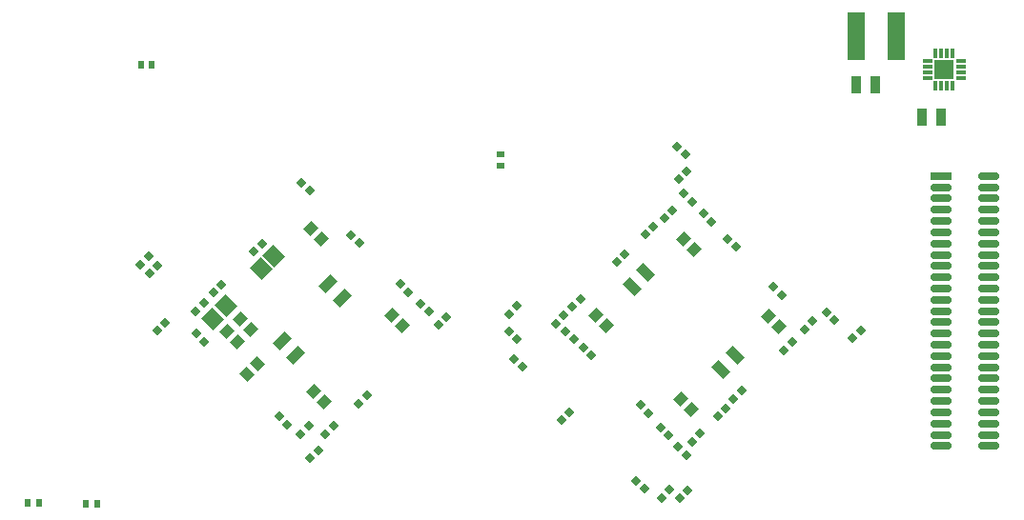
<source format=gbp>
G04*
G04 #@! TF.GenerationSoftware,Altium Limited,Altium Designer,19.1.8 (144)*
G04*
G04 Layer_Color=128*
%FSLAX44Y44*%
%MOMM*%
G71*
G01*
G75*
%ADD21R,0.7016X0.6016*%
%ADD23R,0.6016X0.7016*%
G04:AMPARAMS|DCode=28|XSize=0.6016mm|YSize=0.7016mm|CornerRadius=0mm|HoleSize=0mm|Usage=FLASHONLY|Rotation=45.000|XOffset=0mm|YOffset=0mm|HoleType=Round|Shape=Rectangle|*
%AMROTATEDRECTD28*
4,1,4,0.0354,-0.4608,-0.4608,0.0354,-0.0354,0.4608,0.4608,-0.0354,0.0354,-0.4608,0.0*
%
%ADD28ROTATEDRECTD28*%

%ADD32R,0.9516X1.5016*%
%ADD118R,1.8016X1.8016*%
%ADD119R,0.9516X0.3816*%
%ADD120R,0.3816X0.9516*%
%ADD121R,1.6002X4.3016*%
%ADD122R,1.9016X0.7016*%
%ADD123O,1.9016X0.7016*%
G04:AMPARAMS|DCode=124|XSize=1.5016mm|YSize=1.4016mm|CornerRadius=0mm|HoleSize=0mm|Usage=FLASHONLY|Rotation=315.000|XOffset=0mm|YOffset=0mm|HoleType=Round|Shape=Rectangle|*
%AMROTATEDRECTD124*
4,1,4,-1.0264,0.0354,-0.0354,1.0264,1.0264,-0.0354,0.0354,-1.0264,-1.0264,0.0354,0.0*
%
%ADD124ROTATEDRECTD124*%

G04:AMPARAMS|DCode=125|XSize=0.9016mm|YSize=1.0016mm|CornerRadius=0mm|HoleSize=0mm|Usage=FLASHONLY|Rotation=135.000|XOffset=0mm|YOffset=0mm|HoleType=Round|Shape=Rectangle|*
%AMROTATEDRECTD125*
4,1,4,0.6729,0.0354,-0.0354,-0.6729,-0.6729,-0.0354,0.0354,0.6729,0.6729,0.0354,0.0*
%
%ADD125ROTATEDRECTD125*%

G04:AMPARAMS|DCode=126|XSize=0.6016mm|YSize=0.7016mm|CornerRadius=0mm|HoleSize=0mm|Usage=FLASHONLY|Rotation=315.000|XOffset=0mm|YOffset=0mm|HoleType=Round|Shape=Rectangle|*
%AMROTATEDRECTD126*
4,1,4,-0.4608,-0.0354,0.0354,0.4608,0.4608,0.0354,-0.0354,-0.4608,-0.4608,-0.0354,0.0*
%
%ADD126ROTATEDRECTD126*%

G04:AMPARAMS|DCode=127|XSize=0.9016mm|YSize=1.0016mm|CornerRadius=0mm|HoleSize=0mm|Usage=FLASHONLY|Rotation=45.000|XOffset=0mm|YOffset=0mm|HoleType=Round|Shape=Rectangle|*
%AMROTATEDRECTD127*
4,1,4,0.0354,-0.6729,-0.6729,0.0354,-0.0354,0.6729,0.6729,-0.0354,0.0354,-0.6729,0.0*
%
%ADD127ROTATEDRECTD127*%

G04:AMPARAMS|DCode=128|XSize=0.9516mm|YSize=1.5016mm|CornerRadius=0mm|HoleSize=0mm|Usage=FLASHONLY|Rotation=135.000|XOffset=0mm|YOffset=0mm|HoleType=Round|Shape=Rectangle|*
%AMROTATEDRECTD128*
4,1,4,0.8673,0.1945,-0.1945,-0.8673,-0.8673,-0.1945,0.1945,0.8673,0.8673,0.1945,0.0*
%
%ADD128ROTATEDRECTD128*%

G04:AMPARAMS|DCode=129|XSize=0.9516mm|YSize=1.5016mm|CornerRadius=0mm|HoleSize=0mm|Usage=FLASHONLY|Rotation=225.000|XOffset=0mm|YOffset=0mm|HoleType=Round|Shape=Rectangle|*
%AMROTATEDRECTD129*
4,1,4,-0.1945,0.8673,0.8673,-0.1945,0.1945,-0.8673,-0.8673,0.1945,-0.1945,0.8673,0.0*
%
%ADD129ROTATEDRECTD129*%

D21*
X498000Y390000D02*
D03*
Y400000D02*
D03*
D23*
X88000Y90500D02*
D03*
X78000D02*
D03*
X129500Y89750D02*
D03*
X139500D02*
D03*
X178250Y480000D02*
D03*
X188250D02*
D03*
D28*
X505215Y258465D02*
D03*
X512285Y265536D02*
D03*
X193286Y301285D02*
D03*
X186215Y294214D02*
D03*
X178214Y302465D02*
D03*
X185285Y309536D02*
D03*
X227215Y260965D02*
D03*
X234286Y268036D02*
D03*
X285786Y321035D02*
D03*
X278715Y313965D02*
D03*
X335785Y137036D02*
D03*
X328714Y129965D02*
D03*
X379035Y185786D02*
D03*
X371964Y178715D02*
D03*
X349535Y158785D02*
D03*
X342464Y151714D02*
D03*
X327285Y158785D02*
D03*
X320215Y151714D02*
D03*
X242964Y277215D02*
D03*
X250035Y284286D02*
D03*
X442464Y248715D02*
D03*
X449535Y255786D02*
D03*
X192715Y243465D02*
D03*
X199785Y250536D02*
D03*
X551964Y163715D02*
D03*
X559035Y170786D02*
D03*
X554035Y257036D02*
D03*
X546964Y249965D02*
D03*
X568786Y271786D02*
D03*
X561715Y264715D02*
D03*
X675035Y152036D02*
D03*
X667964Y144965D02*
D03*
X690965Y167215D02*
D03*
X698036Y174286D02*
D03*
X711786Y190035D02*
D03*
X704715Y182964D02*
D03*
X817535Y243785D02*
D03*
X810464Y236714D02*
D03*
X749715Y226215D02*
D03*
X756786Y233286D02*
D03*
X767964Y244715D02*
D03*
X775035Y251786D02*
D03*
X655965Y377965D02*
D03*
X663036Y385036D02*
D03*
X626214Y328965D02*
D03*
X633285Y336035D02*
D03*
X643214Y343465D02*
D03*
X650285Y350536D02*
D03*
X607785Y311786D02*
D03*
X600714Y304715D02*
D03*
X656714Y94465D02*
D03*
X663785Y101536D02*
D03*
X640714Y94965D02*
D03*
X647785Y102036D02*
D03*
D32*
X830966Y462250D02*
D03*
X813466D02*
D03*
X871750Y433250D02*
D03*
X889250D02*
D03*
D118*
X891750Y475750D02*
D03*
D119*
X877000Y483252D02*
D03*
Y478251D02*
D03*
Y473249D02*
D03*
Y468248D02*
D03*
X906500D02*
D03*
Y473249D02*
D03*
Y478251D02*
D03*
Y483252D02*
D03*
D120*
X884250Y461000D02*
D03*
X889250D02*
D03*
X894250D02*
D03*
X899250D02*
D03*
Y490500D02*
D03*
X894250D02*
D03*
X889250D02*
D03*
X884250D02*
D03*
D121*
X849534Y505000D02*
D03*
X813466D02*
D03*
D122*
X889250Y381000D02*
D03*
D123*
Y371000D02*
D03*
Y361000D02*
D03*
Y351000D02*
D03*
Y341000D02*
D03*
Y331000D02*
D03*
Y321000D02*
D03*
Y311000D02*
D03*
Y301000D02*
D03*
Y291000D02*
D03*
Y281000D02*
D03*
Y271000D02*
D03*
Y261000D02*
D03*
Y251000D02*
D03*
Y241000D02*
D03*
Y231000D02*
D03*
Y221000D02*
D03*
Y211000D02*
D03*
Y201000D02*
D03*
Y191000D02*
D03*
Y181000D02*
D03*
Y171000D02*
D03*
Y161000D02*
D03*
Y151000D02*
D03*
Y141000D02*
D03*
X931250Y381000D02*
D03*
Y371000D02*
D03*
Y361000D02*
D03*
Y351000D02*
D03*
Y341000D02*
D03*
Y331000D02*
D03*
Y321000D02*
D03*
Y311000D02*
D03*
Y301000D02*
D03*
Y291000D02*
D03*
Y281000D02*
D03*
Y271000D02*
D03*
Y261000D02*
D03*
Y251000D02*
D03*
Y241000D02*
D03*
Y231000D02*
D03*
Y221000D02*
D03*
Y211000D02*
D03*
Y201000D02*
D03*
Y191000D02*
D03*
Y181000D02*
D03*
Y171000D02*
D03*
Y161000D02*
D03*
Y151000D02*
D03*
Y141000D02*
D03*
D124*
X242343Y254093D02*
D03*
X253657Y265407D02*
D03*
X296657Y309657D02*
D03*
X285343Y298343D02*
D03*
D125*
X264096Y233654D02*
D03*
X254904Y242846D02*
D03*
X275846Y244904D02*
D03*
X266654Y254096D02*
D03*
X582654Y257096D02*
D03*
X591846Y247904D02*
D03*
X669596Y315904D02*
D03*
X660404Y325096D02*
D03*
X667346Y173654D02*
D03*
X658154Y182846D02*
D03*
X744846Y247404D02*
D03*
X735654Y256596D02*
D03*
X341096Y180404D02*
D03*
X331904Y189596D02*
D03*
X410346Y248154D02*
D03*
X401154Y257346D02*
D03*
X338346Y325404D02*
D03*
X329154Y334596D02*
D03*
D126*
X321214Y375036D02*
D03*
X328285Y367965D02*
D03*
X301215Y167285D02*
D03*
X308286Y160215D02*
D03*
X408714Y285035D02*
D03*
X415785Y277964D02*
D03*
X434035Y260714D02*
D03*
X426964Y267785D02*
D03*
X372285Y321465D02*
D03*
X365215Y328535D02*
D03*
X234785Y233715D02*
D03*
X227715Y240786D02*
D03*
X517035Y211465D02*
D03*
X509964Y218535D02*
D03*
X505465Y243286D02*
D03*
X512536Y236215D02*
D03*
X555714Y243036D02*
D03*
X562785Y235965D02*
D03*
X578285Y221714D02*
D03*
X571214Y228785D02*
D03*
X629035Y170215D02*
D03*
X621964Y177285D02*
D03*
X662785Y133215D02*
D03*
X655714Y140286D02*
D03*
X639715Y157285D02*
D03*
X646786Y150215D02*
D03*
X787465Y260035D02*
D03*
X794536Y252964D02*
D03*
X699715Y325285D02*
D03*
X706786Y318214D02*
D03*
X685285Y340465D02*
D03*
X678214Y347536D02*
D03*
X667785Y358214D02*
D03*
X660714Y365285D02*
D03*
X654715Y407035D02*
D03*
X661786Y399964D02*
D03*
X740214Y282285D02*
D03*
X747286Y275215D02*
D03*
X618214Y110286D02*
D03*
X625285Y103215D02*
D03*
D127*
X272654Y204654D02*
D03*
X281846Y213846D02*
D03*
D128*
X303563Y234187D02*
D03*
X315937Y221813D02*
D03*
X344563Y284937D02*
D03*
X356937Y272563D02*
D03*
D129*
X614313Y283063D02*
D03*
X626687Y295437D02*
D03*
X706187Y221687D02*
D03*
X693813Y209313D02*
D03*
M02*

</source>
